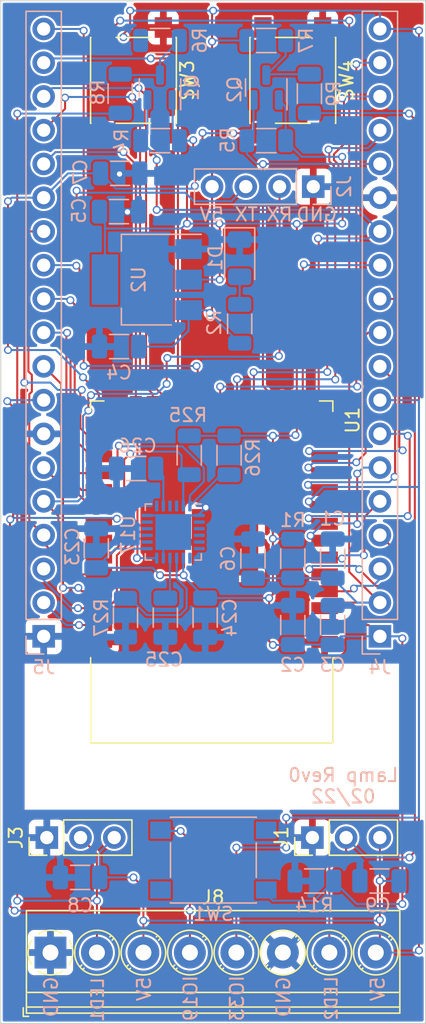
<source format=kicad_pcb>
(kicad_pcb (version 20211014) (generator pcbnew)
  (layers (0 "F.Cu" signal) (31 "B.Cu" signal) (34 "B.Paste" user) (35 "F.Paste" user) (36 "B.SilkS" user "B.Silkscreen") (37 "F.SilkS" user "F.Silkscreen") (38 "B.Mask" user) (39 "F.Mask" user) (44 "Edge.Cuts" user))
  (net 0 "")
  (net 1 "+3V3")
  (net 2 "/IO12")
  (net 3 "/LLH1")
  (net 4 "/IO13")
  (net 5 "/LLH2")
  (net 6 "GND")
  (net 7 "/en")
  (net 8 "/SENSOR_VP")
  (net 9 "/SENSOR_VN")
  (net 10 "/IO34")
  (net 11 "/IO35")
  (net 12 "/IO32")
  (net 13 "/IO33")
  (net 14 "/IO25")
  (net 15 "/IO26")
  (net 16 "/IO27")
  (net 17 "/IO14")
  (net 18 "/SHD{slash}SD2")
  (net 19 "/SWP{slash}SD3")
  (net 20 "/SCS{slash}CMD")
  (net 21 "/SCK{slash}CLK")
  (net 22 "/SDO{slash}SD0")
  (net 23 "/SDI{slash}SD1")
  (net 24 "/IO15")
  (net 25 "/IO2")
  (net 26 "/IO0")
  (net 27 "/IO4")
  (net 28 "/IO16")
  (net 29 "/IO17")
  (net 30 "/IO5")
  (net 31 "/IO18")
  (net 32 "/IO19")
  (net 34 "/IO21")
  (net 35 "/RXD0{slash}IO3")
  (net 36 "/TXD0{slash}IO1")
  (net 37 "/IO22")
  (net 38 "/IO23")
  (net 39 "+5V")
  (net 40 "Net-(C25-Pad1)")
  (net 41 "Net-(C26-Pad1)")
  (net 42 "Net-(D1-Pad2)")
  (net 43 "/AD0")
  (net 48 "/XDA")
  (net 49 "/XCL")
  (net 57 "/LED2")
  (net 58 "/LED1")
  (footprint "TerminalBlock_Phoenix:TerminalBlock_Phoenix_PT-1,5-8-3.5-H_1x08_P3.50mm_Horizontal" (layer "F.Cu") (at 137.75 116.65615)
    (fp_text reference "J8")
    (fp_text value "Conn_01x08_Female")
  )
  (footprint "Button_Switch_SMD:SW_SPST_PTS645" (layer "F.Cu") (at 144 51 -90)
    (fp_text reference "SW3")
    (fp_text value "RESET")
  )
  (footprint "Button_Switch_SMD:SW_SPST_PTS645" (layer "F.Cu") (at 156 51 -90)
    (fp_text reference "SW4")
    (fp_text value "PROGRAM")
  )
  (footprint "Connector_PinHeader_2.54mm:PinHeader_1x03_P2.54mm_Vertical" (layer "F.Cu") (at 137.475 108 90)
    (fp_text reference "J3")
    (fp_text value "LED1")
  )
  (footprint "Connector_PinHeader_2.54mm:PinHeader_1x03_P2.54mm_Vertical" (layer "F.Cu") (at 157.475 108 90)
    (fp_text reference "J1")
    (fp_text value "LED2")
  )
  (footprint "RF_Module:ESP32-WROOM-32" (layer "F.Cu") (at 149.894908 85.014356 180)
    (fp_text reference "U1")
    (fp_text value "ESP32-WROOM-32")
  )
  (footprint "Capacitor_SMD:C_1206_3216Metric" (layer "B.Cu") (at 156 92 90)
    (fp_text reference "C2")
    (fp_text value "22uF/10V(20%)")
  )
  (footprint "Button_Switch_SMD:SW_SPST_PTS645" (layer "B.Cu") (at 150.018375 109.695362)
    (fp_text reference "SW1")
    (fp_text value "HCI1")
  )
  (footprint "Package_DFN_QFN:QFN-24-1EP_4x4mm_P0.5mm_EP2.7x2.7mm" (layer "B.Cu") (at 147 85 180)
    (fp_text reference "U17")
    (fp_text value "MPU-6050")
  )
  (footprint "Capacitor_SMD:C_1206_3216Metric" (layer "B.Cu") (at 162.526135 111.269116 180)
    (fp_text reference "C9")
    (fp_text value "0.1uF")
  )
  (footprint "Connector_PinHeader_2.54mm:PinHeader_1x19_P2.54mm_Vertical" (layer "B.Cu") (at 162.56 92.85)
    (fp_text reference "J4")
    (fp_text value "Conn_01x19_Female" hide)
  )
  (footprint "Capacitor_SMD:C_1206_3216Metric" (layer "B.Cu") (at 153 87 90)
    (fp_text reference "C6")
    (fp_text value "0.1uF/50V(10%)")
  )
  (footprint "Resistor_SMD:R_1206_3216Metric" (layer "B.Cu") (at 156 87 -90)
    (fp_text reference "R1")
    (fp_text value "10K(5%)")
  )
  (footprint "Capacitor_SMD:C_1206_3216Metric" (layer "B.Cu") (at 146.4 91.445 -90)
    (fp_text reference "C25")
    (fp_text value "0.1uF")
  )
  (footprint "Capacitor_SMD:C_1206_3216Metric" (layer "B.Cu") (at 159 92 90)
    (fp_text reference "C3")
    (fp_text value "0.1uF/50V(10%)")
  )
  (footprint "Capacitor_SMD:C_1206_3216Metric" (layer "B.Cu") (at 159 87 90)
    (fp_text reference "C1")
    (fp_text value "0.1uF/50V(10%)")
  )
  (footprint "Resistor_SMD:R_1206_3216Metric" (layer "B.Cu") (at 157.62246 111.269116)
    (fp_text reference "R14")
    (fp_text value "10k")
  )
  (footprint "Resistor_SMD:R_1206_3216Metric" (layer "B.Cu") (at 152 69.325 90)
    (fp_text reference "R2")
    (fp_text value "2K(5%)")
  )
  (footprint "Connector_PinHeader_2.54mm:PinHeader_1x04_P2.54mm_Vertical" (layer "B.Cu") (at 157.54 59 90)
    (fp_text reference "J2")
    (fp_text value "UART")
  )
  (footprint "Resistor_SMD:R_1206_3216Metric" (layer "B.Cu") (at 146 48)
    (fp_text reference "R6")
    (fp_text value "10K")
  )
  (footprint "Capacitor_SMD:C_1206_3216Metric" (layer "B.Cu") (at 139.979774 111 180)
    (fp_text reference "C8")
    (fp_text value "0.1uF")
  )
  (footprint "Capacitor_SMD:C_1206_3216Metric" (layer "B.Cu") (at 143 58)
    (fp_text reference "C7")
    (fp_text value "0.1uF/50V(10%)")
  )
  (footprint "Package_TO_SOT_SMD:SOT-23" (layer "B.Cu") (at 154 51.5375 90)
    (fp_text reference "Q2")
    (fp_text value "BSS138W")
  )
  (footprint "Package_TO_SOT_SMD:SOT-223-3_TabPin2" (layer "B.Cu") (at 145 66 180)
    (fp_text reference "U2")
    (fp_text value "LD1117S33TR_SOT223")
  )
  (footprint "Resistor_SMD:R_1206_3216Metric" (layer "B.Cu") (at 151.2 79.22 -90)
    (fp_text reference "R26")
    (fp_text value "4.7k")
  )
  (footprint "Capacitor_SMD:C_1206_3216Metric" (layer "B.Cu") (at 142.915418 60.879812)
    (fp_text reference "C5")
    (fp_text value "10uF")
  )
  (footprint "Resistor_SMD:R_1206_3216Metric" (layer "B.Cu") (at 154 48)
    (fp_text reference "R7")
    (fp_text value "10K")
  )
  (footprint "Resistor_SMD:R_1206_3216Metric" (layer "B.Cu") (at 143 52 90)
    (fp_text reference "R8")
    (fp_text value "330")
  )
  (footprint "Resistor_SMD:R_1206_3216Metric" (layer "B.Cu") (at 148.2 79.22 -90)
    (fp_text reference "R25")
    (fp_text value "4.7k")
  )
  (footprint "Resistor_SMD:R_1206_3216Metric" (layer "B.Cu") (at 157.25 52 90)
    (fp_text reference "R9")
    (fp_text value "330")
  )
  (footprint "Package_TO_SOT_SMD:SOT-23" (layer "B.Cu") (at 146 51.5375 90)
    (fp_text reference "Q1")
    (fp_text value "BSS138W")
  )
  (footprint "LED_SMD:LED_1206_3216Metric" (layer "B.Cu") (at 152 64.3825 -90)
    (fp_text reference "D1")
    (fp_text value "RED LED")
  )
  (footprint "Capacitor_SMD:C_1206_3216Metric" (layer "B.Cu") (at 142.915418 71.039812 180)
    (fp_text reference "C4")
    (fp_text value "10uF")
  )
  (footprint "Capacitor_SMD:C_1206_3216Metric" (layer "B.Cu") (at 141.2 86.22 -90)
    (fp_text reference "C23")
    (fp_text value "0.01uF")
  )
  (footprint "Resistor_SMD:R_1206_3216Metric" (layer "B.Cu") (at 143.4 91.445 -90)
    (fp_text reference "R27")
    (fp_text value "4.7k")
  )
  (footprint "Resistor_SMD:R_1206_3216Metric" (layer "B.Cu") (at 154 55.5375 180)
    (fp_text reference "R5")
    (fp_text value "10K")
  )
  (footprint "Capacitor_SMD:C_1206_3216Metric" (layer "B.Cu") (at 149.4 91.445 90)
    (fp_text reference "C24")
    (fp_text value "0.1uF")
  )
  (footprint "Capacitor_SMD:C_1206_3216Metric" (layer "B.Cu") (at 144.2 80.22 180)
    (fp_text reference "C26")
    (fp_text value "2200pF")
  )
  (footprint "Resistor_SMD:R_1206_3216Metric" (layer "B.Cu") (at 146 55.5375 180)
    (fp_text reference "R4")
    (fp_text value "10K")
  )
  (footprint "Connector_PinHeader_2.54mm:PinHeader_1x19_P2.54mm_Vertical" (layer "B.Cu") (at 137.239556 92.85)
    (fp_text reference "J5")
    (fp_text value "Conn_01x19_Female" hide)
  )
  (gr_poly (pts (xy 166 122) (xy 134 122) (xy 134 45) (xy 166 45)) (layer "Edge.Cuts") (width 0.1) (fill none))
  (gr_text "TX\n" (at 152.5 61.1) (layer "B.SilkS") (effects (font (size 1 1)) (justify mirror)))
  (gr_text "5V" (at 162.4 119.4 90) (layer "B.SilkS") (effects (font (size 1 1)) (justify mirror)))
  (gr_text "5V" (at 144.8 119.4 90) (layer "B.SilkS") (effects (font (size 1 1)) (justify mirror)))
  (gr_text "IO19" (at 148.3 120.1 90) (layer "B.SilkS") (effects (font (size 1 1)) (justify mirror)))
  (gr_text "GND" (at 155.3 120 90) (layer "B.SilkS") (effects (font (size 1 1)) (justify mirror)))
  (gr_text "LED2" (at 158.9 120.1 90) (layer "B.SilkS") (effects (font (size 0.9 0.9)) (justify mirror)))
  (gr_text "IO33" (at 151.8 120.1 90) (layer "B.SilkS") (effects (font (size 1 1)) (justify mirror)))
  (gr_text "LED1" (at 141.3 120.2 90) (layer "B.SilkS") (effects (font (size 0.9 0.9)) (justify mirror)))
  (gr_text "GND" (at 137.8 120 90) (layer "B.SilkS") (effects (font (size 1 1)) (justify mirror)))
  (gr_text "RX" (at 155 61.1) (layer "B.SilkS") (effects (font (size 1 1)) (justify mirror)))
  (gr_text "5V" (at 149.9 61.1) (layer "B.SilkS") (effects (font (size 1 1)) (justify mirror)))
  (gr_text "Lamp Rev0\n02/22" (at 159.8 104.1) (layer "B.SilkS") (effects (font (size 1 1)) (justify mirror)))
  (gr_text "GND" (at 157.8 61.1) (layer "B.SilkS") (effects (font (size 1 1)) (justify mirror)))
  (segment (start 154.5 89.69) (end 154.5 85.5) (width 0.1524) (layer "F.Cu") (net 1))
  (segment (start 156.2 77.7) (end 156.3 77.6) (width 0.1524) (layer "F.Cu") (net 1))
  (segment (start 154.22 89.97) (end 154.22 93.22) (width 0.1524) (layer "F.Cu") (net 1))
  (segment (start 158.394908 91.999356) (end 161.709356 91.999356) (width 0.1524) (layer "F.Cu") (net 1))
  (segment (start 148.0319 57.4681) (end 148.0319 61.7819) (width 0.1524) (layer "F.Cu") (net 1))
  (segment (start 159.7181 61.7819) (end 159.75 61.75) (width 0.1524) (layer "F.Cu") (net 1))
  (segment (start 156.3 77.6) (end 156.3 61.8) (width 0.1524) (layer "F.Cu") (net 1))
  (segment (start 161.709356 91.999356) (end 162.56 92.85) (width 0.1524) (layer "F.Cu") (net 1))
  (segment (start 154.22 93.22) (end 154.5 93.5) (width 0.1524) (layer "F.Cu") (net 1))
  (segment (start 159.75 56.75) (end 159.7181 56.75) (width 0.1524) (layer "F.Cu") (net 1))
  (segment (start 146 88.25) (end 147.7819 88.25) (width 0.1524) (layer "F.Cu") (net 1))
  (segment (start 150.5 66) (end 150.5 61.75) (width 0.1524) (layer "F.Cu") (net 1))
  (segment (start 159.75 61.75) (end 159.75 56.75) (width 0.1524) (layer "F.Cu") (net 1))
  (segment (start 148.5 57) (end 148.0319 57.4681) (width 0.1524) (layer "F.Cu") (net 1))
  (segment (start 154.5 85.5) (end 154.5 77.75) (width 0.1524) (layer "F.Cu") (net 1))
  (segment (start 148.5 55.5) (end 148.5 57) (width 0.1524) (layer "F.Cu") (net 1))
  (segment (start 164.25 113) (end 164.25 93) (width 0.1524) (layer "F.Cu") (net 1))
  (segment (start 154.22 89.97) (end 154.5 89.69) (width 0.1524) (layer "F.Cu") (net 1))
  (segment (start 150.5 61.75) (end 150.4681 61.7819) (width 0.1524) (layer "F.Cu") (net 1))
  (via (at 154.22 89.97) (size 0.6) (drill 0.4) (layers "F.Cu" "B.Cu") (net 1))
  (via (at 154.5 85.5) (size 0.6) (drill 0.4) (layers "F.Cu" "B.Cu") (net 1))
  (via (at 159.7181 61.7819) (size 0.6) (drill 0.4) (layers "F.Cu" "B.Cu") (net 1))
  (via (at 148.5 55.5) (size 0.6) (drill 0.4) (layers "F.Cu" "B.Cu") (net 1))
  (via (at 147.7819 88.25) (size 0.6) (drill 0.4) (layers "F.Cu" "B.Cu") (net 1))
  (via (at 164.25 93) (size 0.6) (drill 0.4) (layers "F.Cu" "B.Cu") (net 1))
  (via (at 156.3 61.8) (size 0.6) (drill 0.4) (layers "F.Cu" "B.Cu") (net 1))
  (via (at 148.0319 61.7819) (size 0.6) (drill 0.4) (layers "F.Cu" "B.Cu") (net 1))
  (via (at 164.25 113) (size 0.6) (drill 0.4) (layers "F.Cu" "B.Cu") (net 1))
  (via (at 154.5 77.75) (size 0.6) (drill 0.4) (layers "F.Cu" "B.Cu") (net 1))
  (via (at 146 88.25) (size 0.6) (drill 0.4) (layers "F.Cu" "B.Cu") (net 1))
  (via (at 159.7181 56.75) (size 0.6) (drill 0.4) (layers "F.Cu" "B.Cu") (net 1))
  (via (at 150.5 66) (size 0.6) (drill 0.4) (layers "F.Cu" "B.Cu") (net 1))
  (via (at 154.5 93.5) (size 0.6) (drill 0.4) (layers "F.Cu" "B.Cu") (net 1))
  (via (at 150.4681 61.7819) (size 0.6) (drill 0.4) (layers "F.Cu" "B.Cu") (net 1))
  (via (at 156.2 77.7) (size 0.6) (drill 0.4) (layers "F.Cu" "B.Cu") (net 1))
  (segment (start 154.5 77.75) (end 151.2075 77.75) (width 0.1524) (layer "B.Cu") (net 1))
  (segment (start 147.970337 61.7819) (end 147.602237 62.15) (width 0.1524) (layer "B.Cu") (net 1))
  (segment (start 148.4625 55.5375) (end 148.5 55.5) (width 0.1524) (layer "B.Cu") (net 1))
  (segment (start 151.2 77.7575) (end 148.2 77.7575) (width 0.1524) (layer "B.Cu") (net 1))
  (segment (start 141.440418 60.879812) (end 141.85 61.289394) (width 0.1524) (layer "B.Cu") (net 1))
  (segment (start 151.2075 77.75) (end 151.2 77.7575) (width 0.1524) (layer "B.Cu") (net 1))
  (segment (start 155.9625 85.5) (end 156 85.5375) (width 0.1524) (layer "B.Cu") (net 1))
  (segment (start 159 93.475) (end 156 93.475) (width 0.1524) (layer "B.Cu") (net 1))
  (segment (start 159.625 92.85) (end 159 93.475) (width 0.1524) (layer "B.Cu") (net 1))
  (segment (start 142.645 86.25) (end 141.2 87.695) (width 0.1524) (layer "B.Cu") (net 1))
  (segment (start 156.3 61.8) (end 156.3181 61.7819) (width 0.1524) (layer "B.Cu") (net 1))
  (segment (start 149.4 89.97) (end 147.75 88.32) (width 0.1524) (layer "B.Cu") (net 1))
  (segment (start 154.95 52.475) (end 155.4625 52.9875) (width 0.1524) (layer "B.Cu") (net 1))
  (segment (start 145.445 87.695) (end 146 88.25) (width 0.1524) (layer "B.Cu") (net 1))
  (segment (start 146.95 52.475) (end 146.95 55.025) (width 0.1524) (layer "B.Cu") (net 1))
  (segment (start 147.602237 62.15) (end 141.85 62.15) (width 0.1524) (layer "B.Cu") (net 1))
  (segment (start 141.2 87.695) (end 145.445 87.695) (width 0.1524) (layer "B.Cu") (net 1))
  (segment (start 164.25 113) (end 160.815844 113) (width 0.1524) (layer "B.Cu") (net 1))
  (segment (start 150.4681 61.7819) (end 148.0319 61.7819) (width 0.1524) (layer "B.Cu") (net 1))
  (segment (start 148.15 66) (end 150.5 66) (width 0.1524) (layer "B.Cu") (net 1))
  (segment (start 160.815844 113) (end 159.08496 111.269116) (width 0.1524) (layer "B.Cu") (net 1))
  (segment (start 156.3 61.8) (end 156.2819 61.7819) (width 0.1524) (layer "B.Cu") (net 1))
  (segment (start 154.5 112.75) (end 153.998375 112.248375) (width 0.1524) (layer "B.Cu") (net 1))
  (segment (start 145.0375 86.25) (end 142.645 86.25) (width 0.1524) (layer "B.Cu") (net 1))
  (segment (start 154.5 93.5) (end 155.975 93.5) (width 0.1524) (layer "B.Cu") (net 1))
  (segment (start 141.85 62.15) (end 141.85 66) (width 0.1524) (layer "B.Cu") (net 1))
  (segment (start 148.0319 61.7819) (end 147.970337 61.7819) (width 0.1524) (layer "B.Cu") (net 1))
  (segment (start 159.7181 56.75) (end 156.675 56.75) (width 0.1524) (layer "B.Cu") (net 1))
  (segment (start 155.975 93.5) (end 156 93.475) (width 0.1524) (layer "B.Cu") (net 1))
  (segment (start 156.2819 61.7819) (end 150.4681 61.7819) (width 0.1524) (layer "B.Cu") (net 1))
  (segment (start 159.08496 111.269116) (end 157.604076 112.75) (width 0.1524) (layer "B.Cu") (net 1))
  (segment (start 164.1 92.85) (end 162.56 92.85) (width 0.1524) (layer "B.Cu") (net 1))
  (segment (start 156.675 56.75) (end 155.4625 55.5375) (width 0.1524) (layer "B.Cu") (net 1))
  (segment (start 157.604076 112.75) (end 154.5 112.75) (width 0.1524) (layer "B.Cu") (net 1))
  (segment (start 154.5 85.5) (end 155.9625 85.5) (width 0.1524) (layer "B.Cu") (net 1))
  (segment (start 164.25 93) (end 164.1 92.85) (width 0.1524) (layer "B.Cu") (net 1))
  (segment (start 156.3181 61.7819) (end 159.7181 61.7819) (width 0.1524) (layer "B.Cu") (net 1))
  (segment (start 155.4625 52.9875) (end 155.4625 55.5375) (width 0.1524) (layer "B.Cu") (net 1))
  (segment (start 162.56 92.85) (end 159.625 92.85) (width 0.1524) (layer "B.Cu") (net 1))
  (segment (start 149.4 89.97) (end 154.22 89.97) (width 0.1524) (layer "B.Cu") (net 1))
  (segment (start 147.4625 55.5375) (end 148.4625 55.5375) (width 0.1524) (layer "B.Cu") (net 1))
  (segment (start 153.998375 112.248375) (end 153.998375 111.945362) (width 0.1524) (layer "B.Cu") (net 1))
  (segment (start 154.5 77.75) (end 156.15 77.75) (width 0.1524) (layer "B.Cu") (net 1))
  (segment (start 156.15 77.75) (end 156.2 77.7) (width 0.1524) (layer "B.Cu") (net 1))
  (segment (start 147.75 88.32) (end 147.75 86.9625) (width 0.1524) (layer "B.Cu") (net 1))
  (segment (start 146.95 55.025) (end 147.4625 55.5375) (width 0.1524) (layer "B.Cu") (net 1))
  (segment (start 141.85 61.289394) (end 141.85 62.15) (width 0.1524) (layer "B.Cu") (net 1))
  (segment (start 157.95 62.95) (end 157.9 62.9) (width 0.1524) (layer "F.Cu") (net 2))
  (segment (start 157.95 76.314448) (end 157.95 62.95) (width 0.1524) (layer "F.Cu") (net 2))
  (segment (start 145.75 60.75) (end 145.75 57) (width 0.1524) (layer "F.Cu") (net 2))
  (segment (start 158.394908 76.759356) (end 157.95 76.314448) (width 0.1524) (layer "F.Cu") (net 2))
  (via (at 157.9 62.9) (size 0.6) (drill 0.4) (layers "F.Cu" "B.Cu") (net 2))
  (via (at 145.75 57) (size 0.6) (drill 0.4) (layers "F.Cu" "B.Cu") (net 2))
  (via (at 145.75 60.75) (size 0.6) (drill 0.4) (layers "F.Cu" "B.Cu") (net 2))
  (segment (start 162.56 62.37) (end 162.23 62.37) (width 0.1524) (layer "B.Cu") (net 2))
  (segment (start 145.05 55.025) (end 145.05 52.475) (width 0.1524) (layer "B.Cu") (net 2))
  (segment (start 162.23 62.37) (end 161.7 62.9) (width 0.1524) (layer "B.Cu") (net 2))
  (segment (start 160.94 60.75) (end 145.75 60.75) (width 0.1524) (layer "B.Cu") (net 2))
  (segment (start 144.5375 55.5375) (end 145.05 55.025) (width 0.1524) (layer "B.Cu") (net 2))
  (segment (start 157.9 62.9) (end 161.7 62.9) (width 0.1524) (layer "B.Cu") (net 2))
  (segment (start 145.75 57) (end 145.75 56.75) (width 0.1524) (layer "B.Cu") (net 2))
  (segment (start 162.56 62.37) (end 160.94 60.75) (width 0.1524) (layer "B.Cu") (net 2))
  (segment (start 145.75 56.75) (end 144.5375 55.5375) (width 0.1524) (layer "B.Cu") (net 2))
  (segment (start 146 49.4625) (end 146 50.6) (width 0.1524) (layer "B.Cu") (net 3))
  (segment (start 143.0625 50.6) (end 146 50.6) (width 0.1524) (layer "B.Cu") (net 3))
  (segment (start 143 50.5375) (end 143.0625 50.6) (width 0.1524) (layer "B.Cu") (net 3))
  (segment (start 147.4625 48) (end 146 49.4625) (width 0.1524) (layer "B.Cu") (net 3))
  (segment (start 154.339908 74.599356) (end 153.75 74.009448) (width 0.1524) (layer "F.Cu") (net 4))
  (segment (start 154.339908 75.759356) (end 154.339908 74.599356) (width 0.1524) (layer "F.Cu") (net 4))
  (segment (start 153.75 74.009448) (end 153.75 57.3) (width 0.1524) (layer "F.Cu") (net 4))
  (via (at 153.75 57.3) (size 0.6) (drill 0.4) (layers "F.Cu" "B.Cu") (net 4))
  (segment (start 152.5375 55.5375) (end 153.05 55.025) (width 0.1524) (layer "B.Cu") (net 4))
  (segment (start 153.05 55.025) (end 153.05 52.475) (width 0.1524) (layer "B.Cu") (net 4))
  (segment (start 152.5375 56.5375) (end 152.5375 55.5375) (width 0.1524) (layer "B.Cu") (net 4))
  (segment (start 153.29 57.29) (end 152.5375 56.5375) (width 0.1524) (layer "B.Cu") (net 4))
  (segment (start 162.56 57.29) (end 153.29 57.29) (width 0.1524) (layer "B.Cu") (net 4))
  (segment (start 154 50.6) (end 155.4625 49.1375) (width 0.1524) (layer "B.Cu") (net 5))
  (segment (start 157.25 50.5375) (end 154.0625 50.5375) (width 0.1524) (layer "B.Cu") (net 5))
  (segment (start 155.4625 49.1375) (end 155.4625 48) (width 0.1524) (layer "B.Cu") (net 5))
  (segment (start 142.95 60.3) (end 143.55 60.9) (width 0.1524) (layer "F.Cu") (net 6))
  (segment (start 142.95 58.05) (end 142.95 60.3) (width 0.1524) (layer "F.Cu") (net 6))
  (via (at 142.95 58.05) (size 0.6) (drill 0.4) (layers "F.Cu" "B.Cu") (net 6))
  (via (at 143.55 60.9) (size 0.6) (drill 0.4) (layers "F.Cu" "B.Cu") (net 6))
  (via (at 149.45 83.15) (size 0.6) (drill 0.4) (layers "F.Cu" "B.Cu") (net 6))
  (segment (start 148.9625 83.75) (end 148.9625 83.6375) (width 0.1524) (layer "B.Cu") (net 6))
  (segment (start 146.25 85.75) (end 147 85) (width 0.1524) (layer "B.Cu") (net 6))
  (segment (start 148.9625 83.75) (end 148.25 83.75) (width 0.1524) (layer "B.Cu") (net 6))
  (segment (start 148.9625 83.6375) (end 149.45 83.15) (width 0.1524) (layer "B.Cu") (net 6))
  (segment (start 145.0375 83.75) (end 145.75 83.75) (width 0.1524) (layer "B.Cu") (net 6))
  (segment (start 145.75 83.75) (end 147 85) (width 0.1524) (layer "B.Cu") (net 6))
  (segment (start 144.475 58) (end 143 58) (width 0.1524) (layer "B.Cu") (net 6))
  (segment (start 148.25 83.75) (end 147 85) (width 0.1524) (layer "B.Cu") (net 6))
  (segment (start 146.25 86.9625) (end 146.25 85.75) (width 0.1524) (layer "B.Cu") (net 6))
  (segment (start 143 58) (end 142.95 58.05) (width 0.1524) (layer "B.Cu") (net 6))
  (segment (start 162.56 90.31) (end 158.814264 90.31) (width 0.1524) (layer "F.Cu") (net 7))
  (segment (start 162.56 90.31) (end 160.25 88) (width 0.1524) (layer "F.Cu") (net 7))
  (segment (start 141.75 47.02) (end 142.48 47.02) (width 0.1524) (layer "F.Cu") (net 7))
  (segment (start 142.48 47.02) (end 143 46.5) (width 0.1524) (layer "F.Cu") (net 7))
  (segment (start 158.814264 90.31) (end 158.394908 90.729356) (width 0.1524) (layer "F.Cu") (net 7))
  (segment (start 160.25 88) (end 160.25 46.5) (width 0.1524) (layer "F.Cu") (net 7))
  (via (at 143 46.5) (size 0.6) (drill 0.4) (layers "F.Cu" "B.Cu") (net 7))
  (via (at 160.25 46.5) (size 0.6) (drill 0.4) (layers "F.Cu" "B.Cu") (net 7))
  (segment (start 159 88.475) (end 158.9875 88.4625) (width 0.1524) (layer "B.Cu") (net 7))
  (segment (start 155.9875 88.475) (end 153 88.475) (width 0.1524) (layer "B.Cu") (net 7))
  (segment (start 158.9875 88.4625) (end 156 88.4625) (width 0.1524) (layer "B.Cu") (net 7))
  (segment (start 160.25 46.5) (end 143 46.5) (width 0.1524) (layer "B.Cu") (net 7))
  (segment (start 160.835 90.31) (end 159 88.475) (width 0.1524) (layer "B.Cu") (net 7))
  (segment (start 156 88.4625) (end 155.9875 88.475) (width 0.1524) (layer "B.Cu") (net 7))
  (segment (start 162.56 90.31) (end 160.835 90.31) (width 0.1524) (layer "B.Cu") (net 7))
  (segment (start 160.390644 89.459356) (end 160.6 89.25) (width 0.1524) (layer "F.Cu") (net 8))
  (segment (start 158.394908 89.459356) (end 160.390644 89.459356) (width 0.1524) (layer "F.Cu") (net 8))
  (via (at 160.6 89.25) (size 0.6) (drill 0.4) (layers "F.Cu" "B.Cu") (net 8))
  (segment (start 162.05 89.05) (end 162.56 88.54) (width 0.1524) (layer "B.Cu") (net 8))
  (segment (start 160.8 89.05) (end 162.05 89.05) (width 0.1524) (layer "B.Cu") (net 8))
  (segment (start 162.56 88.54) (end 162.56 87.77) (width 0.1524) (layer "B.Cu") (net 8))
  (segment (start 160.6 89.25) (end 160.8 89.05) (width 0.1524) (layer "B.Cu") (net 8))
  (segment (start 157.642053 88.189356) (end 158.394908 88.189356) (width 0.1524) (layer "F.Cu") (net 9))
  (segment (start 162.56 85.23) (end 163.85 86.52) (width 0.1524) (layer "F.Cu") (net 9))
  (segment (start 163.85 86.52) (end 163.85 89.05) (width 0.1524) (layer "F.Cu") (net 9))
  (segment (start 157.250138 87.797441) (end 157.642053 88.189356) (width 0.1524) (layer "F.Cu") (net 9))
  (segment (start 162.25 89.05) (end 161 87.8) (width 0.1524) (layer "F.Cu") (net 9))
  (segment (start 163.85 89.05) (end 162.25 89.05) (width 0.1524) (layer "F.Cu") (net 9))
  (via (at 157.250138 87.797441) (size 0.6) (drill 0.4) (layers "F.Cu" "B.Cu") (net 9))
  (via (at 161 87.8) (size 0.6) (drill 0.4) (layers "F.Cu" "B.Cu") (net 9))
  (segment (start 157.497579 87.55) (end 160.75 87.55) (width 0.1524) (layer "B.Cu") (net 9))
  (segment (start 160.75 87.55) (end 161 87.8) (width 0.1524) (layer "B.Cu") (net 9))
  (segment (start 157.250138 87.797441) (end 157.497579 87.55) (width 0.1524) (layer "B.Cu") (net 9))
  (segment (start 158.473652 86.9981) (end 158.394908 86.919356) (width 0.1524) (layer "F.Cu") (net 10))
  (segment (start 162.56 82.69) (end 161.4 83.85) (width 0.1524) (layer "F.Cu") (net 10))
  (segment (start 161.4 83.85) (end 161.4 86.7) (width 0.1524) (layer "F.Cu") (net 10))
  (segment (start 159.7 86.9981) (end 158.473652 86.9981) (width 0.1524) (layer "F.Cu") (net 10))
  (segment (start 161.4 86.7) (end 161.35 86.75) (width 0.1524) (layer "F.Cu") (net 10))
  (via (at 159.7 86.9981) (size 0.6) (drill 0.4) (layers "F.Cu" "B.Cu") (net 10))
  (via (at 161.35 86.75) (size 0.6) (drill 0.4) (layers "F.Cu" "B.Cu") (net 10))
  (segment (start 159.7 86.9981) (end 159.9481 86.75) (width 0.1524) (layer "B.Cu") (net 10))
  (segment (start 159.9481 86.75) (end 161.35 86.75) (width 0.1524) (layer "B.Cu") (net 10))
  (segment (start 157.338945 85.277779) (end 157.710522 85.649356) (width 0.1524) (layer "F.Cu") (net 11))
  (segment (start 157.710522 85.649356) (end 158.394908 85.649356) (width 0.1524) (layer "F.Cu") (net 11))
  (segment (start 160.85 80.6) (end 160.85 84.4) (width 0.1524) (layer "F.Cu") (net 11))
  (via (at 157.338945 85.277779) (size 0.6) (drill 0.4) (layers "F.Cu" "B.Cu") (net 11))
  (via (at 160.85 84.4) (size 0.6) (drill 0.4) (layers "F.Cu" "B.Cu") (net 11))
  (via (at 160.85 80.6) (size 0.6) (drill 0.4) (layers "F.Cu" "B.Cu") (net 11))
  (segment (start 161.3 80.15) (end 160.85 80.6) (width 0.1524) (layer "B.Cu") (net 11))
  (segment (start 157.338945 85.277779) (end 158.266724 84.35) (width 0.1524) (layer "B.Cu") (net 11))
  (segment (start 158.266724 84.35) (end 160.8 84.35) (width 0.1524) (layer "B.Cu") (net 11))
  (segment (start 162.56 80.15) (end 161.3 80.15) (width 0.1524) (layer "B.Cu") (net 11))
  (segment (start 160.8 84.35) (end 160.85 84.4) (width 0.1524) (layer "B.Cu") (net 11))
  (segment (start 164.8 77.8) (end 164.70618 77.8) (width 0.1524) (layer "F.Cu") (net 12))
  (segment (start 164.8 83.65618) (end 164.8 77.8) (width 0.1524) (layer "F.Cu") (net 12))
  (segment (start 157.193272 83.96378) (end 157.608848 84.379356) (width 0.1524) (layer "F.Cu") (net 12))
  (segment (start 157.608848 84.379356) (end 158.394908 84.379356) (width 0.1524) (layer "F.Cu") (net 12))
  (segment (start 164.65618 83.8) (end 164.8 83.65618) (width 0.1524) (layer "F.Cu") (net 12))
  (via (at 164.65618 77.75) (size 0.6) (drill 0.4) (layers "F.Cu" "B.Cu") (net 12))
  (via (at 157.193272 83.96378) (size 0.6) (drill 0.4) (layers "F.Cu" "B.Cu") (net 12))
  (via (at 164.65618 83.8) (size 0.6) (drill 0.4) (layers "F.Cu" "B.Cu") (net 12))
  (segment (start 157.193272 83.96378) (end 157.357052 83.8) (width 0.1524) (layer "B.Cu") (net 12))
  (segment (start 157.357052 83.8) (end 164.65618 83.8) (width 0.1524) (layer "B.Cu") (net 12))
  (segment (start 164.51618 77.61) (end 162.56 77.61) (width 0.1524) (layer "B.Cu") (net 12))
  (segment (start 164.65618 77.75) (end 164.51618 77.61) (width 0.1524) (layer "B.Cu") (net 12))
  (segment (start 157.209271 82.927983) (end 157.390644 83.109356) (width 0.1524) (layer "F.Cu") (net 13))
  (segment (start 157.209271 82.701368) (end 157.209271 82.927983) (width 0.1524) (layer "F.Cu") (net 13))
  (segment (start 151.75 116.65615) (end 151.75 108.75) (width 0.1524) (layer "F.Cu") (net 13))
  (segment (start 157.390644 83.109356) (end 158.394908 83.109356) (width 0.1524) (layer "F.Cu") (net 13))
  (segment (start 155.5 108.75) (end 155.5 106.5) (width 0.1524) (layer "F.Cu") (net 13))
  (via (at 157.209271 82.701368) (size 0.6) (drill 0.4) (layers "F.Cu" "B.Cu") (net 13))
  (via (at 155.5 108.75) (size 0.6) (drill 0.4) (layers "F.Cu" "B.Cu") (net 13))
  (via (at 151.75 108.75) (size 0.6) (drill 0.4) (layers "F.Cu" "B.Cu") (net 13))
  (via (at 155.5 106.5) (size 0.6) (drill 0.4) (layers "F.Cu" "B.Cu") (net 13))
  (segment (start 165.43 75.07) (end 165.45 75.05) (width 0.1524) (layer "B.Cu") (net 13))
  (segment (start 165.5 106.5) (end 155.5 106.5) (width 0.1524) (layer "B.Cu") (net 13))
  (segment (start 157.209271 82.701368) (end 158.30255 81.608089) (width 0.1524) (layer "B.Cu") (net 13))
  (segment (start 151.75 108.75) (end 155.5 108.75) (width 0.1524) (layer "B.Cu") (net 13))
  (segment (start 165.45 75.05) (end 165.5 75.1) (width 0.1524) (layer "B.Cu") (net 13))
  (segment (start 165.45 81.6) (end 165.5 81.65) (width 0.1524) (layer "B.Cu") (net 13))
  (segment (start 158.30255 81.608089) (end 165.441911 81.608089) (width 0.1524) (layer "B.Cu") (net 13))
  (segment (start 165.5 75.1) (end 165.5 81.65) (width 0.1524) (layer "B.Cu") (net 13))
  (segment (start 162.56 75.07) (end 165.43 75.07) (width 0.1524) (layer "B.Cu") (net 13))
  (segment (start 165.5 81.65) (end 165.5 106.5) (width 0.1524) (layer "B.Cu") (net 13))
  (segment (start 165.441911 81.608089) (end 165.45 81.6) (width 0.1524) (layer "B.Cu") (net 13))
  (segment (start 157.539356 81.839356) (end 158.394908 81.839356) (width 0.1524) (layer "F.Cu") (net 14))
  (segment (start 163.664011 80.840007) (end 163.7 80.804018) (width 0.1524) (layer "F.Cu") (net 14))
  (segment (start 163.7 80.804018) (end 163.7 73.67) (width 0.1524) (layer "F.Cu") (net 14))
  (segment (start 157.15 81.45) (end 157.539356 81.839356) (width 0.1524) (layer "F.Cu") (net 14))
  (segment (start 163.7 73.67) (end 162.56 72.53) (width 0.1524) (layer "F.Cu") (net 14))
  (via (at 157.15 81.45) (size 0.6) (drill 0.4) (layers "F.Cu" "B.Cu") (net 14))
  (via (at 163.664011 80.840007) (size 0.6) (drill 0.4) (layers "F.Cu" "B.Cu") (net 14))
  (segment (start 157.15 81.45) (end 157.35 81.25) (width 0.1524) (layer "B.Cu") (net 14))
  (segment (start 163.254018 81.25) (end 163.664011 80.840007) (width 0.1524) (layer "B.Cu") (net 14))
  (segment (start 157.35 81.25) (end 163.254018 81.25) (width 0.1524) (layer "B.Cu") (net 14))
  (segment (start 157.600371 80.569356) (end 158.394908 80.569356) (width 0.1524) (layer "F.Cu") (net 15))
  (segment (start 161.673778 69.99) (end 162.56 69.99) (width 0.1524) (layer "F.Cu") (net 15))
  (segment (start 160.7819 79.75) (end 161.481889 79.050011) (width 0.1524) (layer "F.Cu") (net 15))
  (segment (start 161.481889 79.050011) (end 161.481889 70.181889) (width 0.1524) (layer "F.Cu") (net 15))
  (segment (start 161.481889 70.181889) (end 161.673778 69.99) (width 0.1524) (layer "F.Cu") (net 15))
  (segment (start 157.175354 80.144339) (end 157.600371 80.569356) (width 0.1524) (layer "F.Cu") (net 15))
  (via (at 160.7819 79.75) (size 0.6) (drill 0.4) (layers "F.Cu" "B.Cu") (net 15))
  (via (at 157.175354 80.144339) (size 0.6) (drill 0.4) (layers "F.Cu" "B.Cu") (net 15))
  (segment (start 160.7319 79.8) (end 160.7819 79.75) (width 0.1524) (layer "B.Cu") (net 15))
  (segment (start 157.519693 79.8) (end 160.7319 79.8) (width 0.1524) (layer "B.Cu") (net 15))
  (segment (start 157.175354 80.144339) (end 157.519693 79.8) (width 0.1524) (layer "B.Cu") (net 15))
  (segment (start 163.7 67.45) (end 162.56 67.45) (width 0.1524) (layer "F.Cu") (net 16))
  (segment (start 164.025 67.775) (end 163.7 67.45) (width 0.1524) (layer "F.Cu") (net 16))
  (segment (start 157.629481 79.299356) (end 158.394908 79.299356) (width 0.1524) (layer "F.Cu") (net 16))
  (segment (start 164.025 78.6031) (end 164.2719 78.85) (width 0.1524) (layer "F.Cu") (net 16))
  (segment (start 164.025 78.6031) (end 164.025 67.775) (width 0.1524) (layer "F.Cu") (net 16))
  (segment (start 157.23036 78.900235) (end 157.629481 79.299356) (width 0.1524) (layer "F.Cu") (net 16))
  (via (at 164.2719 78.85) (size 0.6) (drill 0.4) (layers "F.Cu" "B.Cu") (net 16))
  (via (at 157.23036 78.900235) (size 0.6) (drill 0.4) (layers "F.Cu" "B.Cu") (net 16))
  (segment (start 157.23036 78.900235) (end 157.230595 78.9) (width 0.1524) (layer "B.Cu") (net 16))
  (segment (start 157.230595 78.9) (end 164.2219 78.9) (width 0.1524) (layer "B.Cu") (net 16))
  (segment (start 164.2219 78.9) (end 164.2719 78.85) (width 0.1524) (layer "B.Cu") (net 16))
  (segment (start 157.229356 78.029356) (end 156.75 77.55) (width 0.1524) (layer "F.Cu") (net 17))
  (segment (start 158.394908 78.029356) (end 157.229356 78.029356) (width 0.1524) (layer "F.Cu") (net 17))
  (segment (start 156.75 77.55) (end 156.75 64.85) (width 0.1524) (layer "F.Cu") (net 17))
  (segment (start 156.75 64.85) (end 156.8319 64.85) (width 0.1524) (layer "F.Cu") (net 17))
  (via (at 156.8319 64.85) (size 0.6) (drill 0.4) (layers "F.Cu" "B.Cu") (net 17))
  (segment (start 156.8319 64.85) (end 156.8919 64.91) (width 0.1524) (layer "B.Cu") (net 17))
  (segment (start 156.8919 64.91) (end 162.56 64.91) (width 0.1524) (layer "B.Cu") (net 17))
  (segment (start 153.05 73.05) (end 153.05 72.9681) (width 0.1524) (layer "F.Cu") (net 18))
  (segment (start 153.069908 75.759356) (end 153.069908 73.069908) (width 0.1524) (layer "F.Cu") (net 18))
  (segment (start 158.6 72.95) (end 158.6 61.55) (width 0.1524) (layer "F.Cu") (net 18))
  (segment (start 153.069908 73.069908) (end 153.05 73.05) (width 0.1524) (layer "F.Cu") (net 18))
  (segment (start 159.1 57.441122) (end 158.75 57.091122) (width 0.1524) (layer "F.Cu") (net 18))
  (segment (start 158.700451 56.2) (end 158.693551 56.2069) (width 0.1524) (layer "F.Cu") (net 18))
  (segment (start 159.1 61.05) (end 159.1 57.441122) (width 0.1524) (layer "F.Cu") (net 18))
  (segment (start 158.75 56.2) (end 158.700451 56.2) (width 0.1524) (layer "F.Cu") (net 18))
  (segment (start 158.75 57.091122) (end 158.75 56.2) (width 0.1524) (layer "F.Cu") (net 18))
  (segment (start 158.6 61.55) (end 159.1 61.05) (width 0.1524) (layer "F.Cu") (net 18))
  (via (at 153.05 72.9681) (size 0.6) (drill 0.4) (layers "F.Cu" "B.Cu") (net 18))
  (via (at 158.693551 56.2069) (size 0.6) (drill 0.4) (layers "F.Cu" "B.Cu") (net 18))
  (via (at 158.6 72.95) (size 0.6) (drill 0.4) (layers "F.Cu" "B.Cu") (net 18))
  (segment (start 153.05 72.9681) (end 158.5819 72.9681) (width 0.1524) (layer "B.Cu") (net 18))
  (segment (start 162.56 55.19) (end 162.56 54.75) (width 0.1524) (layer "B.Cu") (net 18))
  (segment (start 158.5819 72.9681) (end 158.6 72.95) (width 0.1524) (layer "B.Cu") (net 18))
  (segment (start 158.693551 56.2069) (end 158.800451 56.1) (width 0.1524) (layer "B.Cu") (net 18))
  (segment (start 161.65 56.1) (end 162.56 55.19) (width 0.1524) (layer "B.Cu") (net 18))
  (segment (start 158.800451 56.1) (end 161.65 56.1) (width 0.1524) (layer "B.Cu") (net 18))
  (segment (start 151.799908 73.600092) (end 151.8 73.6) (width 0.1524) (layer "F.Cu") (net 19))
  (segment (start 151.799908 75.759356) (end 151.799908 73.600092) (width 0.1524) (layer "F.Cu") (net 19))
  (segment (start 159.85 55.8) (end 159.85 52.35) (width 0.1524) (layer "F.Cu") (net 19))
  (segment (start 159.1 56.55) (end 159.85 55.8) (width 0.1524) (layer "F.Cu") (net 19))
  (segment (start 159.43808 61.26192) (end 159.43808 57.33808) (width 0.1524) (layer "F.Cu") (net 19))
  (segment (start 159.43808 57.33808) (end 159.1 57) (width 0.1524) (layer "F.Cu") (net 19))
  (segment (start 159.85 52.35) (end 159.7181 52.35) (width 0.1524) (layer "F.Cu") (net 19))
  (segment (start 159.15 61.55) (end 159.43808 61.26192) (width 0.1524) (layer "F.Cu") (net 19))
  (segment (start 159.2 62.05) (end 159.15 62) (width 0.1524) (layer "F.Cu") (net 19))
  (segment (start 159.1 57) (end 159.1 56.55) (width 0.1524) (layer "F.Cu") (net 19))
  (segment (start 151.8 73.6) (end 151.8 73.5) (width 0.1524) (layer "F.Cu") (net 19))
  (segment (start 159.15 62) (end 159.15 61.55) (width 0.1524) (layer "F.Cu") (net 19))
  (segment (start 159.2 73.5181) (end 159.2 62.05) (width 0.1524) (layer "F.Cu") (net 19))
  (via (at 151.8 73.5) (size 0.6) (drill 0.4) (layers "F.Cu" "B.Cu") (net 19))
  (via (at 159.7181 52.35) (size 0.6) (drill 0.4) (layers "F.Cu" "B.Cu") (net 19))
  (via (at 159.2 73.5181) (size 0.6) (drill 0.4) (layers "F.Cu" "B.Cu") (net 19))
  (segment (start 151.8 73.5) (end 159.1819 73.5) (width 0.1524) (layer "B.Cu") (net 19))
  (segment (start 159.7181 52.35) (end 159.8581 52.21) (width 0.1524) (layer "B.Cu") (net 19))
  (segment (start 159.1819 73.5) (end 159.2 73.5181) (width 0.1524) (layer "B.Cu") (net 19))
  (segment (start 159.8581 52.21) (end 162.56 52.21) (width 0.1524) (layer "B.Cu") (net 19))
  (segment (start 150.529908 75.759356) (end 150.529908 74.05) (width 0.1524) (layer "F.Cu") (net 20))
  (segment (start 160.7819 73.9819) (end 160.7819 49.7819) (width 0.1524) (layer "F.Cu") (net 20))
  (segment (start 160.85 74.05) (end 160.7819 73.9819) (width 0.1524) (layer "F.Cu") (net 20))
  (via (at 160.7819 49.7819) (size 0.6) (drill 0.4) (layers "F.Cu" "B.Cu") (net 20))
  (via (at 160.85 74.05) (size 0.6) (drill 0.4) (layers "F.Cu" "B.Cu") (net 20))
  (via (at 150.529908 74.05) (size 0.6) (drill 0.4) (layers "F.Cu" "B.Cu") (net 20))
  (segment (start 160.7819 49.7819) (end 160.8938 49.67) (width 0.1524) (layer "B.Cu") (net 20))
  (segment (start 160.8938 49.67) (end 162.56 49.67) (width 0.1524) (layer "B.Cu") (net 20))
  (segment (start 160.85 74.05) (end 150.529908 74.05) (width 0.1524) (layer "B.Cu") (net 20))
  (segment (start 148.838089 75.337537) (end 148.838089 72.588089) (width 0.1524) (layer "F.Cu") (net 21))
  (segment (start 149.259908 75.759356) (end 148.838089 75.337537) (width 0.1524) (layer "F.Cu") (net 21))
  (segment (start 140.25 72.5) (end 140.25 47.25) (width 0.1524) (layer "F.Cu") (net 21))
  (segment (start 148.838089 72.588089) (end 148.75 72.5) (width 0.1524) (layer "F.Cu") (net 21))
  (via (at 148.75 72.5) (size 0.6) (drill 0.4) (layers "F.Cu" "B.Cu") (net 21))
  (via (at 140.25 47.25) (size 0.6) (drill 0.4) (layers "F.Cu" "B.Cu") (net 21))
  (via (at 140.25 72.5) (size 0.6) (drill 0.4) (layers "F.Cu" "B.Cu") (net 21))
  (segment (start 140.25 47.25) (end 140.13 47.13) (width 0.1524) (layer "B.Cu") (net 21))
  (segment (start 140.13 47.13) (end 137.239556 47.13) (width 0.1524) (layer "B.Cu") (net 21))
  (segment (start 148.75 72.5) (end 140.25 72.5) (width 0.1524) (layer "B.Cu") (net 21))
  (segment (start 147.989908 74.789908) (end 147.35 74.15) (width 0.1524) (layer "F.Cu") (net 22))
  (segment (start 147.989908 75.759356) (end 147.989908 74.789908) (width 0.1524) (layer "F.Cu") (net 22))
  (segment (start 147.35 74.15) (end 147.35 49.6) (width 0.1524) (layer "F.Cu") (net 22))
  (segment (start 147.1 49.35) (end 145.3 49.35) (width 0.1524) (layer "F.Cu") (net 22))
  (segment (start 147.35 49.6) (end 147.1 49.35) (width 0.1524) (layer "F.Cu") (net 22))
  (via (at 145.3 49.35) (size 0.6) (drill 0.4) (layers "F.Cu" "B.Cu") (net 22))
  (segment (start 137.559556 49.35) (end 137.239556 49.67) (width 0.1524) (layer "B.Cu") (net 22))
  (segment (start 145.3 49.35) (end 137.559556 49.35) (width 0.1524) (layer "B.Cu") (net 22))
  (segment (start 144.95 54.45) (end 144.95 73.439448) (width 0.1524) (layer "F.Cu") (net 23))
  (segment (start 144.95 73.439448) (end 146.719908 75.209356) (width 0.1524) (layer "F.Cu") (net 23))
  (segment (start 144.85 52.047753) (end 144.85 54.35) (width 0.1524) (layer "F.Cu") (net 23))
  (segment (start 144.85 54.35) (end 144.95 54.45) (width 0.1524) (layer "F.Cu") (net 23))
  (segment (start 146.719908 75.209356) (end 146.719908 75.759356) (width 0.1524) (layer "F.Cu") (net 23))
  (segment (start 144.382453 51.580206) (end 144.85 52.047753) (width 0.1524) (layer "F.Cu") (net 23))
  (via (at 144.382453 51.580206) (size 0.6) (drill 0.4) (layers "F.Cu" "B.Cu") (net 23))
  (segment (start 144.382453 51.580206) (end 137.86935 51.580206) (width 0.1524) (layer "B.Cu") (net 23))
  (segment (start 137.86935 51.580206) (end 137.239556 52.21) (width 0.1524) (layer "B.Cu") (net 23))
  (segment (start 144.5 52.85) (end 143.9 52.25) (width 0.1524) (layer "F.Cu") (net 24))
  (segment (start 138.85 52.3) (end 138.85 53.139556) (width 0.1524) (layer "F.Cu") (net 24))
  (segment (start 145.449908 75.759356) (end 145.449908 74.599908) (width 0.1524) (layer "F.Cu") (net 24))
  (segment (start 138.85 53.139556) (end 137.239556 54.75) (width 0.1524) (layer "F.Cu") (net 24))
  (segment (start 145.449908 74.599908) (end 144.5 73.65) (width 0.1524) (layer "F.Cu") (net 24))
  (segment (start 144.5 73.65) (end 144.5 52.85) (width 0.1524) (layer "F.Cu") (net 24))
  (via (at 143.9 52.25) (size 0.6) (drill 0.4) (layers "F.Cu" "B.Cu") (net 24))
  (via (at 138.85 52.3) (size 0.6) (drill 0.4) (layers "F.Cu" "B.Cu") (net 24))
  (segment (start 138.9 52.25) (end 138.85 52.3) (width 0.1524) (layer "B.Cu") (net 24))
  (segment (start 143.9 52.25) (end 138.9 52.25) (width 0.1524) (layer "B.Cu") (net 24))
  (segment (start 144.179908 75.759356) (end 144.179908 57.329908) (width 0.1524) (layer "F.Cu") (net 25))
  (segment (start 144.179908 57.329908) (end 143.25 56.4) (width 0.1524) (layer "F.Cu") (net 25))
  (via (at 143.25 56.4) (size 0.6) (drill 0.4) (layers "F.Cu" "B.Cu") (net 25))
  (segment (start 143.25 56.4) (end 138.129556 56.4) (width 0.1524) (layer "B.Cu") (net 25))
  (segment (start 138.129556 56.4) (end 137.239556 57.29) (width 0.1524) (layer "B.Cu") (net 25))
  (segment (start 148.61919 58.946688) (end 148.61919 58.58081) (width 0.1524) (layer "F.Cu") (net 26))
  (segment (start 141.394908 76.759356) (end 141.394908 74.544908) (width 0.1524) (layer "F.Cu") (net 26))
  (segment (start 153.75 54.98) (end 151.52 54.98) (width 0.1524) (layer "F.Cu") (net 26))
  (segment (start 148.61919 58.58081) (end 149.2 58) (width 0.1524) (layer "F.Cu") (net 26))
  (segment (start 149.2 58) (end 149.2 54.95) (width 0.1524) (layer "F.Cu") (net 26))
  (segment (start 134.55 71.3) (end 134.55 60.1) (width 0.1524) (layer "F.Cu") (net 26))
  (segment (start 141.394908 74.544908) (end 140.2 73.35) (width 0.1524) (layer "F.Cu") (net 26))
  (via (at 151.52 54.98) (size 0.6) (drill 0.4) (layers "F.Cu" "B.Cu") (net 26))
  (via (at 134.55 71.3) (size 0.6) (drill 0.4) (layers "F.Cu" "B.Cu") (net 26))
  (via (at 148.61919 58.946688) (size 0.6) (drill 0.4) (layers "F.Cu" "B.Cu") (net 26))
  (via (at 149.2 54.95) (size 0.6) (drill 0.4) (layers "F.Cu" "B.Cu") (net 26))
  (via (at 140.2 73.35) (size 0.6) (drill 0.4) (layers "F.Cu" "B.Cu") (net 26))
  (via (at 134.55 60.1) (size 0.6) (drill 0.4) (layers "F.Cu" "B.Cu") (net 26))
  (segment (start 140.2 73.35) (end 138.15 71.3) (width 0.1524) (layer "B.Cu") (net 26))
  (segment (start 139.069556 58) (end 137.239556 59.83) (width 0.1524) (layer "B.Cu") (net 26))
  (segment (start 134.55 60.1) (end 134.82 59.83) (width 0.1524) (layer "B.Cu") (net 26))
  (segment (start 151.52 54.98) (end 149.23 54.98) (width 0.1524) (layer "B.Cu") (net 26))
  (segment (start 148.61919 58.946688) (end 148.415878 59.15) (width 0.1524) (layer "B.Cu") (net 26))
  (segment (start 148.415878 59.15) (end 142.675 59.15) (width 0.1524) (layer "B.Cu") (net 26))
  (segment (start 141.525 58) (end 139.069556 58) (width 0.1524) (layer "B.Cu") (net 26))
  (segment (start 142.675 59.15) (end 141.525 58) (width 0.1524) (layer "B.Cu") (net 26))
  (segment (start 149.23 54.98) (end 149.2 54.95) (width 0.1524) (layer "B.Cu") (net 26))
  (segment (start 134.82 59.83) (end 137.239556 59.83) (width 0.1524) (layer "B.Cu") (net 26))
  (segment (start 138.15 71.3) (end 134.55 71.3) (width 0.1524) (layer "B.Cu") (net 26))
  (segment (start 135.7819 73.75) (end 135.7819 62.6181) (width 0.1524) (layer "F.Cu") (net 27))
  (segment (start 144.2875 86.9625) (end 144.2625 86.9625) (width 0.1524) (layer "F.Cu") (net 27))
  (segment (start 144.3 77.95) (end 144.3 86.95) (width 0.1524) (layer "F.Cu") (net 27))
  (segment (start 141.394908 78.029356) (end 140.844908 78.029356) (width 0.1524) (layer "F.Cu") (net 27))
  (segment (start 141.394908 78.029356) (end 141.524264 77.9) (width 0.1524) (layer "F.Cu") (net 27))
  (segment (start 140 77.184448) (end 140 74.3) (width 0.1524) (layer "F.Cu") (net 27))
  (segment (start 144.25 77.9) (end 144.3 77.95) (width 0.1524) (layer "F.Cu") (net 27))
  (segment (start 135.7819 62.6181) (end 136.03 62.37) (width 0.1524) (layer "F.Cu") (net 27))
  (segment (start 140 74.3) (end 140.10574 74.3) (width 0.1524) (layer "F.Cu") (net 27))
  (segment (start 136.03 62.37) (end 137.239556 62.37) (width 0.1524) (layer "F.Cu") (net 27))
  (segment (start 141.524264 77.9) (end 144.25 77.9) (width 0.1524) (layer "F.Cu") (net 27))
  (segment (start 144.3 86.95) (end 144.2875 86.9625) (width 0.1524) (layer "F.Cu") (net 27))
  (segment (start 140.844908 78.029356) (end 140 77.184448) (width 0.1524) (layer "F.Cu") (net 27))
  (via (at 144.2625 86.9625) (size 0.6) (drill 0.4) (layers "F.Cu" "B.Cu") (net 27))
  (via (at 140.10574 74.3) (size 0.6) (drill 0.4) (layers "F.Cu" "B.Cu") (net 27))
  (via (at 135.7819 73.75) (size 0.6) (drill 0.4) (layers "F.Cu" "B.Cu") (net 27))
  (segment (start 138.3 74.3) (end 137.75 73.75) (width 0.1524) (layer "B.Cu") (net 27))
  (segment (start 137.75 73.75) (end 135.7819 73.75) (width 0.1524) (layer "B.Cu") (net 27))
  (segment (start 140.10574 74.3) (end 138.3 74.3) (width 0.1524) (layer "B.Cu") (net 27))
  (segment (start 145.75 86.9625) (end 144.2625 86.9625) (width 0.1524) (layer "B.Cu") (net 27))
  (segment (start 139.57384 70.667282) (end 139.93808 70.303042) (width 0.1524) (layer "F.Cu") (net 28))
  (segment (start 139.93808 70.303042) (end 139.93808 65.18808) (width 0.1524) (layer "F.Cu") (net 28))
  (segment (start 140.844908 79.299356) (end 139.57384 78.028288) (width 0.1524) (layer "F.Cu") (net 28))
  (segment (start 141.394908 79.299356) (end 140.844908 79.299356) (width 0.1524) (layer "F.Cu") (net 28))
  (segment (start 139.93808 65.18808) (end 139.7 64.95) (width 0.1524) (layer "F.Cu") (net 28))
  (segment (start 139.57384 78.028288) (end 139.57384 70.667282) (width 0.1524) (layer "F.Cu") (net 28))
  (via (at 139.7 64.95) (size 0.6) (drill 0.4) (layers "F.Cu" "B.Cu") (net 28))
  (segment (start 139.7 64.95) (end 139.66 64.91) (width 0.1524) (layer "B.Cu") (net 28))
  (segment (start 139.66 64.91) (end 137.239556 64.91) (width 0.1524) (layer "B.Cu") (net 28))
  (segment (start 139.55 67.85) (end 139.25 67.55) (width 0.1524) (layer "F.Cu") (net 29))
  (segment (start 139.981276 80.569356) (end 139.26192 79.85) (width 0.1524) (layer "F.Cu") (net 29))
  (segment (start 139.26192 70.53808) (end 139.55 70.25) (width 0.1524) (layer "F.Cu") (net 29))
  (segment (start 139.55 70.25) (end 139.55 67.85) (width 0.1524) (layer "F.Cu") (net 29))
  (segment (start 139.26192 79.85) (end 139.26192 70.53808) (width 0.1524) (layer "F.Cu") (net 29))
  (segment (start 141.394908 80.569356) (end 139.981276 80.569356) (width 0.1524) (layer "F.Cu") (net 29))
  (via (at 139.25 67.55) (size 0.6) (drill 0.4) (layers "F.Cu" "B.Cu") (net 29))
  (segment (start 139.4 67.45) (end 137.239556 67.45) (width 0.1524) (layer "B.Cu") (net 29))
  (segment (start 139 70) (end 138.95 70.05) (width 0.1524) (layer "F.Cu") (net 30))
  (segment (start 140.089356 81.839356) (end 141.394908 81.839356) (width 0.1524) (layer "F.Cu") (net 30))
  (segment (start 138.95 80.7) (end 140.089356 81.839356) (width 0.1524) (layer "F.Cu") (net 30))
  (segment (start 138.95 70.05) (end 138.95 80.7) (width 0.1524) (layer "F.Cu") (net 30))
  (via (at 139 70) (size 0.6) (drill 0.4) (layers "F.Cu" "B.Cu") (net 30))
  (segment (start 138.99 69.99) (end 137.239556 69.99) (width 0.1524) (layer "B.Cu") (net 30))
  (segment (start 139 70) (end 138.99 69.99) (width 0.1524) (layer "B.Cu") (net 30))
  (segment (start 138.55 80.85) (end 138.55 73.840444) (width 0.1524) (layer "F.Cu") (net 31))
  (segment (start 140.809356 83.109356) (end 138.55 80.85) (width 0.1524) (layer "F.Cu") (net 31))
  (segment (start 141.394908 83.109356) (end 140.809356 83.109356) (width 0.1524) (layer "F.Cu") (net 31))
  (segment (start 138.55 73.840444) (end 137.239556 72.53) (width 0.1524) (layer "F.Cu") (net 31))
  (segment (start 148.25 108.2) (end 147.55 107.5) (width 0.1524) (layer "F.Cu") (net 32))
  (segment (start 134.93808 75.58808) (end 134.5 75.15) (width 0.1524) (layer "F.Cu") (net 32))
  (segment (start 134.93808 83.83002) (end 134.93808 75.58808) (width 0.1524) (layer "F.Cu") (net 32))
  (segment (start 134.7 113.15) (end 134.7 84.0681) (width 0.1524) (layer "F.Cu") (net 32))
  (segment (start 148.25 116.65615) (end 148.25 113.5) (width 0.1524) (layer "F.Cu") (net 32))
  (segment (start 141.774264 84) (end 141.394908 84.379356) (width 0.1524) (layer "F.Cu") (net 32))
  (segment (start 148.25 113.5) (end 148.25 108.2) (width 0.1524) (layer "F.Cu") (net 32))
  (segment (start 142.75 84) (end 141.774264 84) (width 0.1524) (layer "F.Cu") (net 32))
  (segment (start 135.05 113.5) (end 134.7 113.15) (width 0.1524) (layer "F.Cu") (net 32))
  (segment (start 134.7181 84.05) (end 134.93808 83.83002) (width 0.1524) (layer "F.Cu") (net 32))
  (segment (start 134.7 84.0681) (end 134.7181 84.05) (width 0.1524) (layer "F.Cu") (net 32))
  (via (at 134.7181 84.05) (size 0.6) (drill 0.4) (layers "F.Cu" "B.Cu") (net 32))
  (via (at 142.75 84) (size 0.6) (drill 0.4) (layers "F.Cu" "B.Cu") (net 32))
  (via (at 148.25 113.5) (size 0.6) (drill 0.4) (layers "F.Cu" "B.Cu") (net 32))
  (via (at 134.5 75.15) (size 0.6) (drill 0.4) (layers "F.Cu" "B.Cu") (net 32))
  (via (at 147.55 107.5) (size 0.6) (drill 0.4) (layers "F.Cu" "B.Cu") (net 32))
  (via (at 135.05 113.5) (size 0.6) (drill 0.4) (layers "F.Cu" "B.Cu") (net 32))
  (segment (start 148.25 113.5) (end 135.05 113.5) (width 0.1524) (layer "B.Cu") (net 32))
  (segment (start 134.58 75.07) (end 137.239556 75.07) (width 0.1524) (layer "B.Cu") (net 32))
  (segment (start 134.5 75.15) (end 134.58 75.07) (width 0.1524) (layer "B.Cu") (net 32))
  (segment (start 142.68808 83.93808) (end 142.75 84) (width 0.1524) (layer "B.Cu") (net 32))
  (segment (start 134.7181 84.05) (end 134.83002 83.93808) (width 0.1524) (layer "B.Cu") (net 32))
  (segment (start 134.83002 83.93808) (end 142.68808 83.93808) (width 0.1524) (layer "B.Cu") (net 32))
  (segment (start 146.093013 107.5) (end 146.038375 107.445362) (width 0.1524) (layer "B.Cu") (net 32))
  (segment (start 147.55 107.5) (end 146.093013 107.5) (width 0.1524) (layer "B.Cu") (net 32))
  (segment (start 139.201599 86.919356) (end 138.7 86.417757) (width 0.1524) (layer "F.Cu") (net 34))
  (segment (start 142.8 83.15) (end 143.35 83.7) (width 0.1524) (layer "F.Cu") (net 34))
  (segment (start 138.7 81.610444) (end 137.239556 80.15) (width 0.1524) (layer "F.Cu") (net 34))
  (segment (start 142.9 78.5) (end 142.8 78.6) (width 0.1524) (layer "F.Cu") (net 34))
  (segment (start 141.394908 86.919356) (end 139.201599 86.919356) (width 0.1524) (layer "F.Cu") (net 34))
  (segment (start 143.35 83.7) (end 143.35 85.608086) (width 0.1524) (layer "F.Cu") (net 34))
  (segment (start 142.8 78.6) (end 142.8 83.15) (width 0.1524) (layer "F.Cu") (net 34))
  (segment (start 138.7 86.417757) (end 138.7 81.610444) (width 0.1524) (layer "F.Cu") (net 34))
  (segment (start 142.03873 86.919356) (end 141.394908 86.919356) (width 0.1524) (layer "F.Cu") (net 34))
  (segment (start 143.35 85.608086) (end 142.03873 86.919356) (width 0.1524) (layer "F.Cu") (net 34))
  (via (at 142.9 78.5) (size 0.6) (drill 0.4) (layers "F.Cu" "B.Cu") (net 34))
  (segment (start 149.30692 80.170383) (end 149.30692 81.194617) (width 0.1524) (layer "B.Cu") (net 34))
  (segment (start 147.688457 78.55192) (end 149.30692 80.170383) (width 0.1524) (layer "B.Cu") (net 34))
  (segment (start 149.30692 81.194617) (end 148.25 82.251537) (width 0.1524) (layer "B.Cu") (net 34))
  (segment (start 142.95 78.55) (end 147.373463 78.55) (width 0.1524) (layer "B.Cu") (net 34))
  (segment (start 150.605 80.6825) (end 148.25 83.0375) (width 0.1524) (layer "B.Cu") (net 34))
  (segment (start 147.373463 78.55) (end 147.375383 78.55192) (width 0.1524) (layer "B.Cu") (net 34))
  (segment (start 142.9 78.5) (end 142.95 78.55) (width 0.1524) (layer "B.Cu") (net 34))
  (segment (start 151.2 80.6825) (end 150.605 80.6825) (width 0.1524) (layer "B.Cu") (net 34))
  (segment (start 147.375383 78.55192) (end 147.688457 78.55192) (width 0.1524) (layer "B.Cu") (net 34))
  (segment (start 148.25 82.251537) (end 148.25 83.0375) (width 0.1524) (layer "B.Cu") (net 34))
  (segment (start 139.01192 87.170799) (end 138.35 86.508879) (width 0.1524) (layer "F.Cu") (net 35))
  (segment (start 146.5 71.95) (end 146.5 73.85) (width 0.1524) (layer "F.Cu") (net 35))
  (segment (start 138.35 83.800444) (end 137.239556 82.69) (width 0.1524) (layer "F.Cu") (net 35))
  (segment (start 141.394908 88.189356) (end 139.01192 88.189356) (width 0.1524) (layer "F.Cu") (net 35))
  (segment (start 155 59) (end 155 71.7) (width 0.1524) (layer "F.Cu") (net 35))
  (segment (start 140.6 75.857454) (end 140.6 74.85) (width 0.1524) (layer "F.Cu") (net 35))
  (segment (start 138.35 86.508879) (end 138.35 83.800444) (width 0.1524) (layer "F.Cu") (net 35))
  (segment (start 155 71.7) (end 154.95 71.75) (width 0.1524) (layer "F.Cu") (net 35))
  (segment (start 146.55 71.9) (end 146.5 71.95) (width 0.1524) (layer "F.Cu") (net 35))
  (segment (start 140.751576 74.698424) (end 140.801576 74.698424) (width 0.1524) (layer "F.Cu") (net 35))
  (segment (start 140.6 74.85) (end 140.751576 74.698424) (width 0.1524) (layer "F.Cu") (net 35))
  (segment (start 139.01192 88.189356) (end 139.01192 87.170799) (width 0.1524) (layer "F.Cu") (net 35))
  (via (at 146.5 73.85) (size 0.6) (drill 0.4) (layers "F.Cu" "B.Cu") (net 35))
  (via (at 146.55 71.9) (size 0.6) (drill 0.4) (layers "F.Cu" "B.Cu") (net 35))
  (via (at 140.801576 74.698424) (size 0.6) (drill 0.4) (layers "F.Cu" "B.Cu") (net 35))
  (via (at 154.95 71.75) (size 0.6) (drill 0.4) (layers "F.Cu" "B.Cu") (net 35))
  (via (at 140.6 75.857454) (size 0.6) (drill 0.4) (layers "F.Cu" "B.Cu") (net 35))
  (segment (start 145.75 74.6) (end 140.85 74.6) (width 0.1524) (layer "B.Cu") (net 35))
  (segment (start 140.2 76.257454) (end 140.2 82.3) (width 0.1524) (layer "B.Cu") (net 35))
  (segment (start 154.95 71.75) (end 154.9 71.8) (width 0.1524) (layer "B.Cu") (net 35))
  (segment (start 146.5 73.85) (end 145.75 74.6) (width 0.1524) (layer "B.Cu") (net 35))
  (segment (start 140.2 82.3) (end 139.81 82.69) (width 0.1524) (layer "B.Cu") (net 35))
  (segment (start 154.9 71.8) (end 146.65 71.8) (width 0.1524) (layer "B.Cu") (net 35))
  (segment (start 139.81 82.69) (end 137.239556 82.69) (width 0.1524) (layer "B.Cu") (net 35))
  (segment (start 146.65 71.8) (end 146.55 71.9) (width 0.1524) (layer "B.Cu") (net 35))
  (segment (start 140.6 75.857454) (end 140.2 76.257454) (width 0.1524) (layer "B.Cu") (net 35))
  (segment (start 136.09002 72.910518) (end 136.09002 63.7) (width 0.1524) (layer "F.Cu") (net 36))
  (segment (start 136.35 74.429502) (end 136.35 73.170498) (width 0.1524) (layer "F.Cu") (net 36))
  (segment (start 138.7 87.3) (end 137.239556 85.839556) (width 0.1524) (layer "F.Cu") (net 36))
  (segment (start 139.55 63.6) (end 136.19002 63.6) (width 0.1524) (layer "F.Cu") (net 36))
  (segment (start 137.239556 85.839556) (end 137.239556 85.23) (width 0.1524) (layer "F.Cu") (net 36))
  (segment (start 136.157645 84.148089) (end 136.157645 74.621857) (width 0.1524) (layer "F.Cu") (net 36))
  (segment (start 136.09002 63.7) (end 136.19002 63.6) (width 0.1524) (layer "F.Cu") (net 36))
  (segment (start 141.394908 89.459356) (end 140.109356 89.459356) (width 0.1524) (layer "F.Cu") (net 36))
  (segment (start 140.109356 89.459356) (end 139.85 89.2) (width 0.1524) (layer "F.Cu") (net 36))
  (segment (start 139.7181 63.4319) (end 139.7181 59.3) (width 0.1524) (layer "F.Cu") (net 36))
  (segment (start 138.7 89.2) (end 138.7 87.3) (width 0.1524) (layer "F.Cu") (net 36))
  (segment (start 139.55 63.6) (end 139.7181 63.4319) (width 0.1524) (layer "F.Cu") (net 36))
  (segment (start 137.239556 85.23) (end 136.157645 84.148089) (width 0.1524) (layer "F.Cu") (net 36))
  (segment (start 136.157645 74.621857) (end 136.35 74.429502) (width 0.1524) (layer "F.Cu") (net 36))
  (segment (start 136.35 73.170498) (end 136.09002 72.910518) (width 0.1524) (layer "F.Cu") (net 36))
  (via (at 139.7181 59.3) (size 0.6) (drill 0.4) (layers "F.Cu" "B.Cu") (net 36))
  (via (at 139.85 89.2) (size 0.6) (drill 0.4) (layers "F.Cu" "B.Cu") (net 36))
  (via (at 138.7 89.2) (size 0.6) (drill 0.4) (layers "F.Cu" "B.Cu") (net 36))
  (segment (start 151.4 60.06) (end 152.46 59) (width 0.1524) (layer "B.Cu") (net 36))
  (segment (start 147.90812 59.45812) (end 148.55 60.1) (width 0.1524) (layer "B.Cu") (net 36))
  (segment (start 151.4 60.1) (end 151.4 60.06) (width 0.1524) (layer "B.Cu") (net 36))
  (segment (start 139.85 89.2) (end 138.7 89.2) (width 0.1524) (layer "B.Cu") (net 36))
  (segment (start 139.7181 59.3) (end 139.87622 59.45812) (width 0.1524) (layer "B.Cu") (net 36))
  (segment (start 139.87622 59.45812) (end 147.90812 59.45812) (width 0.1524) (layer "B.Cu") (net 36))
  (segment (start 148.55 60.1) (end 151.4 60.1) (width 0.1524) (layer "B.Cu") (net 36))
  (segment (start 143.66192 85.83808) (end 142.75 86.75) (width 0.1524) (layer "F.Cu") (net 37))
  (segment (start 141.394908 90.729356) (end 139.820644 90.729356) (width 0.1524) (layer "F.Cu") (net 37))
  (segment (start 142.75 90.018086) (end 142.03873 90.729356) (width 0.1524) (layer "F.Cu") (net 37))
  (segment (start 142.03873 90.729356) (end 141.394908 90.729356) (width 0.1524) (layer "F.Cu") (net 37))
  (segment (start 143.3 79.55) (end 143.3 83.1) (width 0.1524) (layer "F.Cu") (net 37))
  (segment (start 143.3 83.1) (end 143.66192 83.46192) (width 0.1524) (layer "F.Cu") (net 37))
  (segment (start 142.75 86.75) (end 142.75 90.018086) (width 0.1524) (layer "F.Cu") (net 37))
  (segment (start 143.66192 83.46192) (end 143.66192 85.83808) (width 0.1524) (layer "F.Cu") (net 37))
  (segment (start 143.75 79.1) (end 143.3 79.55) (width 0.1524) (layer "F.Cu") (net 37))
  (via (at 139.820644 90.729356) (size 0.6) (drill 0.4) (layers "F.Cu" "B.Cu") (net 37))
  (via (at 143.75 79.1) (size 0.6) (drill 0.4) (layers "F.Cu" "B.Cu") (net 37))
  (segment (start 143.75 79.1) (end 143.9 78.95) (width 0.1524) (layer "B.Cu") (net 37))
  (segment (start 143.9 78.95) (end 147.334315 78.95) (width 0.1524) (layer "B.Cu") (net 37))
  (segment (start 147.627574 79.243259) (end 147.627574 80.110074) (width 0.1524) (layer "B.Cu") (net 37))
  (segment (start 139.329356 90.729356) (end 137.239556 88.639556) (width 0.1524) (layer "B.Cu") (net 37))
  (segment (start 147.334315 78.95) (end 147.627574 79.243259) (width 0.1524) (layer "B.Cu") (net 37))
  (segment (start 137.239556 88.639556) (end 137.239556 87.77) (width 0.1524) (layer "B.Cu") (net 37))
  (segment (start 139.820644 90.729356) (end 139.329356 90.729356) (width 0.1524) (layer "B.Cu") (net 37))
  (segment (start 148.2 80.6825) (end 147.75 81.1325) (width 0.1524) (layer "B.Cu") (net 37))
  (segment (start 147.75 81.1325) (end 147.75 83.0375) (width 0.1524) (layer "B.Cu") (net 37))
  (segment (start 147.627574 80.110074) (end 148.2 80.6825) (width 0.1524) (layer "B.Cu") (net 37))
  (segment (start 139.900644 91.999356) (end 139.9 92) (width 0.1524) (layer "F.Cu") (net 38))
  (segment (start 141.394908 91.999356) (end 139.900644 91.999356) (width 0.1524) (layer "F.Cu") (net 38))
  (via (at 139.9 92) (size 0.6) (drill 0.4) (layers "F.Cu" "B.Cu") (net 38))
  (segment (start 139.9 92) (end 138.929556 92) (width 0.1524) (layer "B.Cu") (net 38))
  (segment (start 138.929556 92) (end 137.239556 90.31) (width 0.1524) (layer "B.Cu") (net 38))
  (segment (start 149.92 68.33) (end 149.75 68.5) (width 0.1524) (layer "F.Cu") (net 39))
  (segment (start 143.25 47.5) (end 143.25 47.75) (width 0.1524) (layer "F.Cu") (net 39))
  (segment (start 149.92 59) (end 149.92 48.08) (width 0.1524) (layer "F.Cu") (net 39))
  (segment (start 162.555 114.195) (end 162.555 116.35115) (width 0.1524) (layer "F.Cu") (net 39))
  (segment (start 149.92 59) (end 149.92 68.33) (width 0.1524) (layer "F.Cu") (net 39))
  (segment (start 144 111) (end 144.75 111.75) (width 0.1524) (layer "F.Cu") (net 39))
  (segment (start 143.75 47) (end 143.25 47.5) (width 0.1524) (layer "F.Cu") (net 39))
  (segment (start 162.555 108) (end 162.555 114.195) (width 0.1524) (layer "F.Cu") (net 39))
  (segment (start 165.5 47.25) (end 165.5 116.5) (width 0.1524) (layer "F.Cu") (net 39))
  (segment (start 162.555 116.35115) (end 162.25 116.65615) (width 0.1524) (layer "F.Cu") (net 39))
  (segment (start 143.75 45.75) (end 143.75 47) (width 0.1524) (layer "F.Cu") (net 39))
  (segment (start 144.75 111.75) (end 144.75 116.65615) (width 0.1524) (layer "F.Cu") (net 39))
  (segment (start 149.92 45.83) (end 150 45.75) (width 0.1524) (layer "F.Cu") (net 39))
  (segment (start 149.92 48.08) (end 149.92 45.83) (width 0.1524) (layer "F.Cu") (net 39))
  (via (at 165.5 116.5) (size 0.6) (drill 0.4) (layers "F.Cu" "B.Cu") (net 39))
  (via (at 162.555 114.195) (size 0.6) (drill 0.4) (layers "F.Cu" "B.Cu") (net 39))
  (via (at 149.75 68.5) (size 0.6) (drill 0.4) (layers "F.Cu" "B.Cu") (net 39))
  (via (at 143.75 45.75) (size 0.6) (drill 0.4) (layers "F.Cu" "B.Cu") (net 39))
  (via (at 165.5 47.25) (size 0.6) (drill 0.4) (layers "F.Cu" "B.Cu") (net 39))
  (via (at 144.75 114.25) (size 0.6) (drill 0.4) (layers "F.Cu" "B.Cu") (net 39))
  (via (at 143.25 47.75) (size 0.6) (drill 0.4) (layers "F.Cu" "B.Cu") (net 39))
  (via (at 149.92 48.08) (size 0.6) (drill 0.4) (layers "F.Cu" "B.Cu") (net 39))
  (via (at 162.55 111.25) (size 0.6) (drill 0.4) (layers "F.Cu" "B.Cu") (net 39))
  (via (at 144 111) (size 0.6) (drill 0.4) (layers "F.Cu" "B.Cu") (net 39))
  (via (at 150 45.75) (size 0.6) (drill 0.4) (layers "F.Cu" "B.Cu") (net 39))
  (segment (start 165.34385 116.65615) (end 165.5 116.5) (width 0.1524) (layer "B.Cu") (net 39))
  (segment (start 162.25 116.65615) (end 165.34385 116.65615) (width 0.1524) (layer "B.Cu") (net 39))
  (segment (start 149.5125 68.3) (end 148.15 68.3) (width 0.1524) (layer "B.Cu") (net 39))
  (segment (start 141.454774 111) (end 141.454774 109.100226) (width 0.1524) (layer "B.Cu") (net 39))
  (segment (start 143.25 47.75) (end 144.2875 47.75) (width 0.1524) (layer "B.Cu") (net 39))
  (segment (start 141.454774 111) (end 144 111) (width 0.1524) (layer "B.Cu") (net 39))
  (segment (start 162.569116 111.269116) (end 162.55 111.25) (width 0.1524) (layer "B.Cu") (net 39))
  (segment (start 162.56 47.13) (end 165.38 47.13) (width 0.1524) (layer "B.Cu") (net 39))
  (segment (start 144.75 114.25) (end 162.5 114.25) (width 0.1524) (layer "B.Cu") (net 39))
  (segment (start 164.001135 111.269116) (end 162.569116 111.269116) (width 0.1524) (layer "B.Cu") (net 39))
  (segment (start 152 70.7875) (end 149.5125 68.3) (width 0.1524) (layer "B.Cu") (net 39))
  (segment (start 148.15 69.85) (end 148.15 68.3) (width 0.1524) (layer "B.Cu") (net 39))
  (segment (start 144.2875 47.75) (end 144.5375 48) (width 0.1524) (layer "B.Cu") (net 39))
  (segment (start 150 48) (end 149.92 48.08) (width 0.1524) (layer "B.Cu") (net 39))
  (segment (start 162.56 45.81) (end 162.56 47.13) (width 0.1524) (layer "B.Cu") (net 39))
  (segment (start 165.38 47.13) (end 165.5 47.25) (width 0.1524) (layer "B.Cu") (net 39))
  (segment (start 143.75 45.75) (end 162.5 45.75) (width 0.1524) (layer "B.Cu") (net 39))
  (segment (start 152.5375 48) (end 150 48) (width 0.1524) (layer "B.Cu") (net 39))
  (segment (start 141.454774 109.100226) (end 142.555 108) (width 0.1524) (layer "B.Cu") (net 39))
  (segment (start 162.5 45.75) (end 162.56 45.81) (width 0.1524) (layer "B.Cu") (net 39))
  (segment (start 144.390418 71.039812) (end 146.960188 71.039812) (width 0.1524) (layer "B.Cu") (net 39))
  (segment (start 146.960188 71.039812) (end 148.15 69.85) (width 0.1524) (layer "B.Cu") (net 39))
  (segment (start 162.5 114.25) (end 162.555 114.195) (width 0.1524) (layer "B.Cu") (net 39))
  (segment (start 146.75 89.62) (end 146.4 89.97) (width 0.1524) (layer "B.Cu") (net 40))
  (segment (start 146.75 86.9625) (end 146.75 89.62) (width 0.1524) (layer "B.Cu") (net 40))
  (segment (start 146.25 80.795) (end 146.25 83.0375) (width 0.1524) (layer "B.Cu") (net 41))
  (segment (start 145.675 80.22) (end 146.25 80.795) (width 0.1524) (layer "B.Cu") (net 41))
  (segment (start 152 65.7825) (end 152 67.8625) (width 0.1524) (layer "B.Cu") (net 42))
  (segment (start 145 91.25) (end 147.5 91.25) (width 0.1524) (layer "B.Cu") (net 43))
  (segment (start 148 90.75) (end 148 89.25) (width 0.1524) (layer "B.Cu") (net 43))
  (segment (start 143.4 89.9825) (end 143.7325 89.9825) (width 0.1524) (layer "B.Cu") (net 43))
  (segment (start 147.5 91.25) (end 148 90.75) (width 0.1524) (layer "B.Cu") (net 43))
  (segment (start 148 89.25) (end 147.25 88.5) (width 0.1524) (layer "B.Cu") (net 43))
  (segment (start 147.25 88.5) (end 147.25 86.9625) (width 0.1524) (layer "B.Cu") (net 43))
  (segment (start 143.7325 89.9825) (end 145 91.25) (width 0.1524) (layer "B.Cu") (net 43))
  (segment (start 164.75 109.5) (end 164.7819 109.5) (width 0.1524) (layer "F.Cu") (net 57))
  (segment (start 165.18808 53.93808) (end 165.18808 109.06192) (width 0.1524) (layer "F.Cu") (net 57))
  (segment (start 164.75 53.5) (end 165.18808 53.93808) (width 0.1524) (layer "F.Cu") (net 57))
  (segment (start 158.75 116.65615) (end 158.75 110.25) (width 0.1524) (layer "F.Cu") (net 57))
  (segment (start 165.18808 109.06192) (end 164.75 109.5) (width 0.1524) (layer "F.Cu") (net 57))
  (segment (start 158.75 110.25) (end 160.015 108.985) (width 0.1524) (layer "F.Cu") (net 57))
  (segment (start 160.015 108.985) (end 160.015 108) (width 0.1524) (layer "F.Cu") (net 57))
  (via (at 164.7819 109.5) (size 0.6) (drill 0.4) (layers "F.Cu" "B.Cu") (net 57))
  (via (at 164.75 53.5) (size 0.6) (drill 0.4) (layers "F.Cu" "B.Cu") (net 57))
  (segment (start 157.25 53.4625) (end 164.7125 53.4625) (width 0.1524) (layer "B.Cu") (net 57))
  (segment (start 161.515 109.5) (end 160.015 108) (width 0.1524) (layer "B.Cu") (net 57))
  (segment (start 164.7819 109.5) (end 161.515 109.5) (width 0.1524) (layer "B.Cu") (net 57))
  (segment (start 164.7125 53.4625) (end 164.75 53.5) (width 0.1524) (layer "B.Cu") (net 57))
  (segment (start 141.25 109.235) (end 141.25 116.65615) (width 0.1524) (layer "F.Cu") (net 58))
  (segment (start 135.25 112.75) (end 135.25 53.5) (width 0.1524) (layer "F.Cu") (net 58))
  (segment (start 140.015 108) (end 141.25 109.235) (width 0.1524) (layer "F.Cu") (net 58))
  (via (at 135.25 112.75) (size 0.6) (drill 0.4) (layers "F.Cu" "B.Cu") (net 58))
  (via (at 141.25 112.75) (size 0.6) (drill 0.4) (layers "F.Cu" "B.Cu") (net 58))
  (via (at 135.25 53.5) (size 0.6) (drill 0.4) (layers "F.Cu" "B.Cu") (net 58))
  (segment (start 135.25 53.5) (end 142.9625 53.5) (width 0.1524) (layer "B.Cu") (net 58))
  (segment (start 141.25 112.75) (end 135.25 112.75) (width 0.1524) (layer "B.Cu") (net 58))
  (segment (start 142.9625 53.5) (end 143 53.4625) (width 0.1524) (layer "B.Cu") (net 58))
  (zone (net 0) (net_name "") (layers F&B.Cu) (connect_pads (clearance 0)) (min_thickness 0.254)
    (keepout (tracks not_allowed) (vias not_allowed) (pads not_allowed) (copperpour not_allowed) (footprints not_allowed))
    (fill (thermal_gap 0.508) (thermal_bridge_width 0.508))
    (polygon (pts (xy 164 105.9) (xy 135.8 105.9) (xy 135.8 94.9) (xy 164 94.9)))
  )
  (zone (net 6) (net_name "GND") (layers F&B.Cu) (connect_pads (clearance 0.1524)) (min_thickness 0.254) (fill yes (thermal_gap 0.508) (thermal_bridge_width 0.508))
    (polygon (pts (xy 165.95 122) (xy 134 122) (xy 134.05 45.05) (xy 165.95 45.05)))
  )
)
</source>
